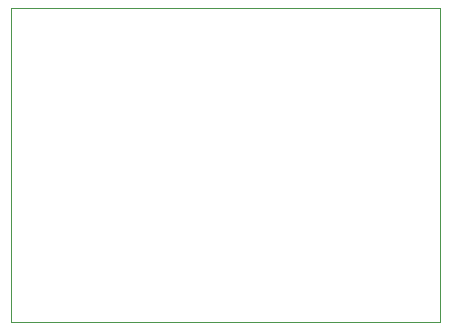
<source format=gbr>
G04 #@! TF.GenerationSoftware,KiCad,Pcbnew,(5.0.0-rc2-198-gb8bbb15aa)*
G04 #@! TF.CreationDate,2022-01-01T22:46:34-08:00*
G04 #@! TF.ProjectId,E-Bike,452D42696B652E6B696361645F706362,rev?*
G04 #@! TF.SameCoordinates,PX619eb90PY83695b8*
G04 #@! TF.FileFunction,Profile,NP*
%FSLAX45Y45*%
G04 Gerber Fmt 4.5, Leading zero omitted, Abs format (unit mm)*
G04 Created by KiCad (PCBNEW (5.0.0-rc2-198-gb8bbb15aa)) date 01/01/22 22:46:34*
%MOMM*%
%LPD*%
G01*
G04 APERTURE LIST*
%ADD10C,0.050000*%
G04 APERTURE END LIST*
D10*
X3556000Y-76200D02*
X-76200Y-76200D01*
X3556000Y2578100D02*
X3556000Y-76200D01*
X-76200Y2578100D02*
X3556000Y2578100D01*
X-76200Y-76200D02*
X-76200Y2578100D01*
M02*

</source>
